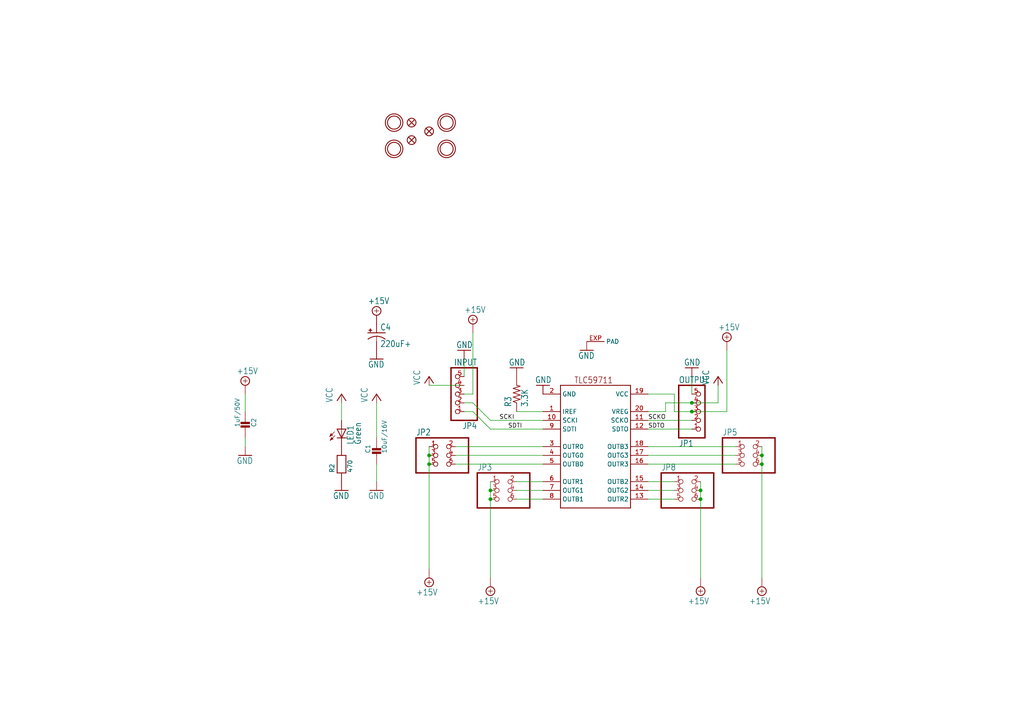
<source format=kicad_sch>
(kicad_sch (version 20230121) (generator eeschema)
  (paper "A4")
  (lib_symbols
    (symbol "working-eagle-import:+15V" (power)
      (property "Value" "+15V" (at -2.54 3.175 0))
      (symbol "+15V_1_0"
        (polyline (pts (xy -0.635 1.27) (xy 0.635 1.27)) (stroke (width 0.1524)))
        (polyline (pts (xy 0 1.905) (xy 0 0.635)) (stroke (width 0.1524)))
        (circle (center 0 1.27) (radius 1.27) (stroke (width 0.254)))
        (pin power_in line (at 0 -2.54 90) (length 2.54) (name "+15V") (number "1"))
      )
    )
    (symbol "working-eagle-import:CAP_CERAMIC0805"
      (property "Reference" "C" (at -1.79 0.54 90))
      (symbol "CAP_CERAMIC0805_1_0"
        (rectangle (start -1.27 0.508) (end 1.27 1.016) (fill (type outline)))
        (rectangle (start -1.27 1.524) (end 1.27 2.032) (fill (type outline)))
        (polyline (pts (xy 0 0.762) (xy 0 0)) (stroke (width 0.1524)))
        (polyline (pts (xy 0 2.54) (xy 0 1.778)) (stroke (width 0.1524)))
        (pin passive line (at 0 5.08 270) (length 2.54) (name "P$1") (number "1"))
        (pin passive line (at 0 -2.54 90) (length 2.54) (name "P$2") (number "2"))
      )
    )
    (symbol "working-eagle-import:CPOL-USE2.5-7"
      (property "Reference" "C" (at 1.016 0.635 0))
      (symbol "CPOL-USE2.5-7_1_0"
        (rectangle (start -2.253 0.668) (end -1.364 0.795) (fill (type outline)))
        (rectangle (start -1.872 0.287) (end -1.745 1.176) (fill (type outline)))
        (arc (start 0 -1.0161) (mid -1.3021 -1.2303) (end -2.4669 -1.8504) (stroke (width 0.254)))
        (polyline (pts (xy -2.54 0) (xy 2.54 0)) (stroke (width 0.254)))
        (polyline (pts (xy 0 -1.016) (xy 0 -2.54)) (stroke (width 0.1524)))
        (arc (start 2.4892 -1.8541) (mid 1.3158 -1.2194) (end 0 -1) (stroke (width 0.254)))
        (pin passive line (at 0 2.54 270) (length 2.54) (name "+") (number "+"))
        (pin passive line (at 0 -5.08 90) (length 2.54) (name "-") (number "-"))
      )
    )
    (symbol "working-eagle-import:FIDUCIAL{dblquote}{dblquote}"
      (symbol "FIDUCIAL{dblquote}{dblquote}_1_0"
        (polyline (pts (xy -0.762 0.762) (xy 0.762 -0.762)) (stroke (width 0.254)))
        (polyline (pts (xy 0.762 0.762) (xy -0.762 -0.762)) (stroke (width 0.254)))
        (circle (center 0 0) (radius 1.27) (stroke (width 0.254)))
      )
    )
    (symbol "working-eagle-import:GND" (power)
      (property "Value" "GND" (at -2.54 -2.54 0))
      (symbol "GND_1_0"
        (polyline (pts (xy -1.905 0) (xy 1.905 0)) (stroke (width 0.254)))
        (pin power_in line (at 0 2.54 270) (length 2.54) (name "GND") (number "1"))
      )
    )
    (symbol "working-eagle-import:HEADER-1X570MIL"
      (property "Reference" "JP" (at -6.35 8.255 0))
      (symbol "HEADER-1X570MIL_1_0"
        (polyline (pts (xy -6.35 -7.62) (xy 1.27 -7.62)) (stroke (width 0.4064)))
        (polyline (pts (xy -6.35 7.62) (xy -6.35 -7.62)) (stroke (width 0.4064)))
        (polyline (pts (xy 1.27 -7.62) (xy 1.27 7.62)) (stroke (width 0.4064)))
        (polyline (pts (xy 1.27 7.62) (xy -6.35 7.62)) (stroke (width 0.4064)))
        (pin passive inverted (at -2.54 5.08 0) (length 2.54) (name "1") (number "1"))
        (pin passive inverted (at -2.54 2.54 0) (length 2.54) (name "2") (number "2"))
        (pin passive inverted (at -2.54 0 0) (length 2.54) (name "3") (number "3"))
        (pin passive inverted (at -2.54 -2.54 0) (length 2.54) (name "4") (number "4"))
        (pin passive inverted (at -2.54 -5.08 0) (length 2.54) (name "5") (number "5"))
      )
    )
    (symbol "working-eagle-import:HEADER-2X3"
      (property "Reference" "JP" (at -8.89 5.715 0))
      (symbol "HEADER-2X3_1_0"
        (polyline (pts (xy -8.89 -5.08) (xy 6.35 -5.08)) (stroke (width 0.4064)))
        (polyline (pts (xy -8.89 5.08) (xy -8.89 -5.08)) (stroke (width 0.4064)))
        (polyline (pts (xy 6.35 -5.08) (xy 6.35 5.08)) (stroke (width 0.4064)))
        (polyline (pts (xy 6.35 5.08) (xy -8.89 5.08)) (stroke (width 0.4064)))
        (pin passive inverted (at -5.08 2.54 0) (length 2.54) (name "1") (number "1"))
        (pin passive inverted (at 2.54 2.54 180) (length 2.54) (name "2") (number "2"))
        (pin passive inverted (at -5.08 0 0) (length 2.54) (name "3") (number "3"))
        (pin passive inverted (at 2.54 0 180) (length 2.54) (name "4") (number "4"))
        (pin passive inverted (at -5.08 -2.54 0) (length 2.54) (name "5") (number "5"))
        (pin passive inverted (at 2.54 -2.54 180) (length 2.54) (name "6") (number "6"))
      )
    )
    (symbol "working-eagle-import:LEDCHIP-LED0805"
      (property "Reference" "LED" (at 3.556 -4.572 90))
      (symbol "LEDCHIP-LED0805_1_0"
        (polyline (pts (xy -2.032 -0.762) (xy -3.429 -2.159)) (stroke (width 0.1524)))
        (polyline (pts (xy -1.905 -1.905) (xy -3.302 -3.302)) (stroke (width 0.1524)))
        (polyline (pts (xy 0 -2.54) (xy -1.27 -2.54)) (stroke (width 0.254)))
        (polyline (pts (xy 0 -2.54) (xy -1.27 0)) (stroke (width 0.254)))
        (polyline (pts (xy 0 0) (xy -1.27 0)) (stroke (width 0.254)))
        (polyline (pts (xy 0 0) (xy 0 -2.54)) (stroke (width 0.1524)))
        (polyline (pts (xy 1.27 -2.54) (xy 0 -2.54)) (stroke (width 0.254)))
        (polyline (pts (xy 1.27 0) (xy 0 -2.54)) (stroke (width 0.254)))
        (polyline (pts (xy 1.27 0) (xy 0 0)) (stroke (width 0.254)))
        (polyline (pts (xy -3.429 -2.159) (xy -3.048 -1.27) (xy -2.54 -1.778)) (stroke (width 0.1524)) (fill (type outline)))
        (polyline (pts (xy -3.302 -3.302) (xy -2.921 -2.413) (xy -2.413 -2.921)) (stroke (width 0.1524)) (fill (type outline)))
        (pin passive line (at 0 2.54 270) (length 2.54) (name "A") (number "A"))
        (pin passive line (at 0 -5.08 90) (length 2.54) (name "C") (number "C"))
      )
    )
    (symbol "working-eagle-import:MOUNTINGHOLE2.5"
      (symbol "MOUNTINGHOLE2.5_1_0"
        (circle (center 0 0) (radius 1.905) (stroke (width 0.254)))
        (circle (center 0 0) (radius 2.54) (stroke (width 0.254)))
      )
    )
    (symbol "working-eagle-import:R-US_FLIPFLOP7"
      (property "Reference" "R" (at -3.81 1.4986 0))
      (symbol "R-US_FLIPFLOP7_1_0"
        (polyline (pts (xy -2.54 0) (xy -2.159 1.016)) (stroke (width 0.2032)))
        (polyline (pts (xy -2.159 1.016) (xy -1.524 -1.016)) (stroke (width 0.2032)))
        (polyline (pts (xy -1.524 -1.016) (xy -0.889 1.016)) (stroke (width 0.2032)))
        (polyline (pts (xy -0.889 1.016) (xy -0.254 -1.016)) (stroke (width 0.2032)))
        (polyline (pts (xy -0.254 -1.016) (xy 0.381 1.016)) (stroke (width 0.2032)))
        (polyline (pts (xy 0.381 1.016) (xy 1.016 -1.016)) (stroke (width 0.2032)))
        (polyline (pts (xy 1.016 -1.016) (xy 1.651 1.016)) (stroke (width 0.2032)))
        (polyline (pts (xy 1.651 1.016) (xy 2.286 -1.016)) (stroke (width 0.2032)))
        (polyline (pts (xy 2.286 -1.016) (xy 2.54 0)) (stroke (width 0.2032)))
        (pin passive line (at -5.08 0 0) (length 2.54) (name "1") (number "1"))
        (pin passive line (at 5.08 0 180) (length 2.54) (name "2") (number "2"))
      )
    )
    (symbol "working-eagle-import:RESISTOR0805"
      (property "Reference" "R" (at -2.54 2.032 0))
      (symbol "RESISTOR0805_1_0"
        (polyline (pts (xy -2.54 -1.27) (xy -2.54 1.27)) (stroke (width 0.254)))
        (polyline (pts (xy -2.54 1.27) (xy 2.54 1.27)) (stroke (width 0.254)))
        (polyline (pts (xy 2.54 -1.27) (xy -2.54 -1.27)) (stroke (width 0.254)))
        (polyline (pts (xy 2.54 1.27) (xy 2.54 -1.27)) (stroke (width 0.254)))
        (pin passive line (at -5.08 0 0) (length 2.54) (name "1") (number "1"))
        (pin passive line (at 5.08 0 180) (length 2.54) (name "2") (number "2"))
      )
    )
    (symbol "working-eagle-import:TLC59711"
      (symbol "TLC59711_1_0"
        (polyline (pts (xy -10.16 -17.78) (xy -10.16 17.78)) (stroke (width 0.254)))
        (polyline (pts (xy -10.16 17.78) (xy 10.16 17.78)) (stroke (width 0.254)))
        (polyline (pts (xy 10.16 -17.78) (xy -10.16 -17.78)) (stroke (width 0.254)))
        (polyline (pts (xy 10.16 17.78) (xy 10.16 -17.78)) (stroke (width 0.254)))
        (text "TLC59711" (at 5.08 20.32 0) (effects (font (size 1.778 1.5113)) (justify right top)))
        (pin bidirectional line (at -15.24 10.16 0) (length 5.08) (name "IREF") (number "1"))
        (pin input line (at -15.24 7.62 0) (length 5.08) (name "SCKI") (number "10"))
        (pin output line (at 15.24 7.62 180) (length 5.08) (name "SCKO") (number "11"))
        (pin output line (at 15.24 5.08 180) (length 5.08) (name "SDTO") (number "12"))
        (pin open_collector line (at 15.24 -15.24 180) (length 5.08) (name "OUTR2") (number "13"))
        (pin open_collector line (at 15.24 -12.7 180) (length 5.08) (name "OUTG2") (number "14"))
        (pin open_collector line (at 15.24 -10.16 180) (length 5.08) (name "OUTB2") (number "15"))
        (pin open_collector line (at 15.24 -5.08 180) (length 5.08) (name "OUTR3") (number "16"))
        (pin open_collector line (at 15.24 -2.54 180) (length 5.08) (name "OUTG3") (number "17"))
        (pin open_collector line (at 15.24 0 180) (length 5.08) (name "OUTB3") (number "18"))
        (pin power_in line (at 15.24 15.24 180) (length 5.08) (name "VCC") (number "19"))
        (pin power_in line (at -15.24 15.24 0) (length 5.08) (name "GND") (number "2"))
        (pin bidirectional line (at 15.24 10.16 180) (length 5.08) (name "VREG") (number "20"))
        (pin open_collector line (at -15.24 0 0) (length 5.08) (name "OUTR0") (number "3"))
        (pin open_collector line (at -15.24 -2.54 0) (length 5.08) (name "OUTG0") (number "4"))
        (pin open_collector line (at -15.24 -5.08 0) (length 5.08) (name "OUTB0") (number "5"))
        (pin open_collector line (at -15.24 -10.16 0) (length 5.08) (name "OUTR1") (number "6"))
        (pin open_collector line (at -15.24 -12.7 0) (length 5.08) (name "OUTG1") (number "7"))
        (pin open_collector line (at -15.24 -15.24 0) (length 5.08) (name "OUTB1") (number "8"))
        (pin input line (at -15.24 5.08 0) (length 5.08) (name "SDTI") (number "9"))
      )
      (symbol "TLC59711_2_0"
        (pin passive line (at -5.08 0 0) (length 5.08) (name "PAD") (number "EXP"))
      )
    )
    (symbol "working-eagle-import:VCC" (power)
      (property "Value" "VCC" (at -2.54 -2.54 90))
      (symbol "VCC_1_0"
        (polyline (pts (xy 0 0) (xy -1.27 -1.905)) (stroke (width 0.254)))
        (polyline (pts (xy 1.27 -1.905) (xy 0 0)) (stroke (width 0.254)))
        (pin power_in line (at 0 -2.54 90) (length 2.54) (name "VCC") (number "1"))
      )
    )
  )
  (junction (at 220.98 132.08))
  (junction (at 200.66 119.38))
  (junction (at 203.2 142.24))
  (junction (at 142.24 142.24))
  (junction (at 142.24 144.78))
  (junction (at 203.2 144.78))
  (junction (at 200.66 116.84))
  (junction (at 124.46 134.62))
  (junction (at 124.46 132.08))
  (junction (at 220.98 134.62))
  (wire (pts (xy 149.86 144.78) (xy 157.48 144.78)) (stroke (width 0.1524)))
  (wire (pts (xy 132.08 129.54) (xy 157.48 129.54)) (stroke (width 0.1524)))
  (wire (pts (xy 195.58 144.78) (xy 187.96 144.78)) (stroke (width 0.1524)))
  (wire (pts (xy 203.2 142.24) (xy 203.2 139.7)) (stroke (width 0.1524)))
  (wire (pts (xy 134.62 116.84) (xy 137.16 116.84)) (stroke (width 0.1524)))
  (wire (pts (xy 195.58 119.38) (xy 200.66 119.38)) (stroke (width 0.1524)))
  (wire (pts (xy 132.08 134.62) (xy 157.48 134.62)) (stroke (width 0.1524)))
  (wire (pts (xy 213.36 132.08) (xy 187.96 132.08)) (stroke (width 0.1524)))
  (wire (pts (xy 149.86 139.7) (xy 157.48 139.7)) (stroke (width 0.1524)))
  (wire (pts (xy 137.16 119.38) (xy 134.62 119.38)) (stroke (width 0.1524)))
  (wire (pts (xy 134.62 104.14) (xy 134.62 109.22)) (stroke (width 0.1524)))
  (wire (pts (xy 195.58 139.7) (xy 187.96 139.7)) (stroke (width 0.1524)))
  (wire (pts (xy 157.48 124.46) (xy 142.24 124.46)) (stroke (width 0.1524)))
  (wire (pts (xy 149.86 142.24) (xy 157.48 142.24)) (stroke (width 0.1524)))
  (wire (pts (xy 220.98 134.62) (xy 220.98 167.64)) (stroke (width 0.1524)))
  (wire (pts (xy 142.24 144.78) (xy 142.24 167.64)) (stroke (width 0.1524)))
  (wire (pts (xy 203.2 144.78) (xy 203.2 142.24)) (stroke (width 0.1524)))
  (wire (pts (xy 200.66 119.38) (xy 210.82 119.38)) (stroke (width 0.1524)))
  (wire (pts (xy 149.86 119.38) (xy 157.48 119.38)) (stroke (width 0.1524)))
  (wire (pts (xy 142.24 121.92) (xy 137.16 116.84)) (stroke (width 0.1524)))
  (wire (pts (xy 220.98 132.08) (xy 220.98 134.62)) (stroke (width 0.1524)))
  (wire (pts (xy 124.46 111.76) (xy 134.62 111.76)) (stroke (width 0.1524)))
  (wire (pts (xy 213.36 129.54) (xy 187.96 129.54)) (stroke (width 0.1524)))
  (wire (pts (xy 195.58 142.24) (xy 187.96 142.24)) (stroke (width 0.1524)))
  (wire (pts (xy 124.46 129.54) (xy 124.46 132.08)) (stroke (width 0.1524)))
  (wire (pts (xy 193.04 119.38) (xy 187.96 119.38)) (stroke (width 0.1524)))
  (wire (pts (xy 142.24 142.24) (xy 142.24 144.78)) (stroke (width 0.1524)))
  (wire (pts (xy 157.48 121.92) (xy 142.24 121.92)) (stroke (width 0.1524)))
  (wire (pts (xy 200.66 109.22) (xy 200.66 114.3)) (stroke (width 0.1524)))
  (wire (pts (xy 220.98 129.54) (xy 220.98 132.08)) (stroke (width 0.1524)))
  (wire (pts (xy 213.36 134.62) (xy 187.96 134.62)) (stroke (width 0.1524)))
  (wire (pts (xy 142.24 124.46) (xy 137.16 119.38)) (stroke (width 0.1524)))
  (wire (pts (xy 210.82 119.38) (xy 210.82 101.6)) (stroke (width 0.1524)))
  (wire (pts (xy 193.04 116.84) (xy 193.04 119.38)) (stroke (width 0.1524)))
  (wire (pts (xy 137.16 96.52) (xy 137.16 114.3)) (stroke (width 0.1524)))
  (wire (pts (xy 109.22 134.62) (xy 109.22 139.7)) (stroke (width 0.1524)))
  (wire (pts (xy 124.46 134.62) (xy 124.46 165.1)) (stroke (width 0.1524)))
  (wire (pts (xy 195.58 114.3) (xy 195.58 119.38)) (stroke (width 0.1524)))
  (wire (pts (xy 134.62 114.3) (xy 137.16 114.3)) (stroke (width 0.1524)))
  (wire (pts (xy 99.06 116.84) (xy 99.06 121.92)) (stroke (width 0.1524)))
  (wire (pts (xy 208.28 116.84) (xy 208.28 111.76)) (stroke (width 0.1524)))
  (wire (pts (xy 200.66 116.84) (xy 208.28 116.84)) (stroke (width 0.1524)))
  (wire (pts (xy 71.12 127) (xy 71.12 129.54)) (stroke (width 0.1524)))
  (wire (pts (xy 187.96 121.92) (xy 200.66 121.92)) (stroke (width 0.1524)))
  (wire (pts (xy 124.46 132.08) (xy 124.46 134.62)) (stroke (width 0.1524)))
  (wire (pts (xy 142.24 139.7) (xy 142.24 142.24)) (stroke (width 0.1524)))
  (wire (pts (xy 203.2 167.64) (xy 203.2 144.78)) (stroke (width 0.1524)))
  (wire (pts (xy 200.66 124.46) (xy 187.96 124.46)) (stroke (width 0.1524)))
  (wire (pts (xy 187.96 114.3) (xy 195.58 114.3)) (stroke (width 0.1524)))
  (wire (pts (xy 200.66 116.84) (xy 193.04 116.84)) (stroke (width 0.1524)))
  (wire (pts (xy 71.12 114.3) (xy 71.12 119.38)) (stroke (width 0.1524)))
  (wire (pts (xy 132.08 132.08) (xy 157.48 132.08)) (stroke (width 0.1524)))
  (wire (pts (xy 109.22 116.84) (xy 109.22 127)) (stroke (width 0.1524)))
  (label "SDTI" (at 147.32 124.46 0) (effects (font (size 1.2446 1.2446))))
  (label "SCKI" (at 144.78 121.92 0) (effects (font (size 1.2446 1.2446))))
  (label "SCKO" (at 187.96 121.92 0) (effects (font (size 1.2446 1.2446))))
  (label "SDTO" (at 187.96 124.46 0) (effects (font (size 1.2446 1.2446))))
  (symbol (lib_id "working-eagle-import:GND") (at 149.86 106.68 180) (unit 1)
    (property "Reference" "#GND10" (effects hide))
    (property "Value" "GND" (at 152.4 104.14 0) (effects (font (size 1.778 1.5113)) (justify left bottom)))
  )
  (symbol (lib_id "working-eagle-import:VCC") (at 99.06 114.3 0) (unit 1)
    (property "Reference" "#P+1" (effects hide))
    (property "Value" "VCC" (at 96.52 116.84 90) (effects (font (size 1.778 1.5113)) (justify left bottom)))
  )
  (symbol (lib_id "working-eagle-import:HEADER-2X3") (at 147.32 142.24 0) (unit 1)
    (property "Reference" "JP3" (at 138.43 136.525 0) (effects (font (size 1.778 1.5113)) (justify left bottom)))
    (property "Value" "HEADER-2X3" (effects hide))
    (property "Footprint" "working:2X03_ROUND_70MIL" (effects hide))
  )
  (symbol (lib_id "working-eagle-import:HEADER-2X3") (at 200.66 142.24 0) (unit 1)
    (property "Reference" "JP8" (at 191.77 136.525 0) (effects (font (size 1.778 1.5113)) (justify left bottom)))
    (property "Value" "HEADER-2X3" (effects hide))
    (property "Footprint" "working:2X03_ROUND_70MIL" (effects hide))
  )
  (symbol (lib_id "working-eagle-import:MOUNTINGHOLE2.5") (at 114.3 35.56 0) (unit 1)
    (property "Reference" "U$1" (effects hide))
    (property "Value" "MOUNTINGHOLE2.5" (effects hide))
    (property "Footprint" "working:MOUNTINGHOLE_2.5_PLATED" (effects hide))
  )
  (symbol (lib_id "working-eagle-import:CPOL-USE2.5-7") (at 109.22 96.52 0) (unit 1)
    (property "Reference" "C4" (at 110.236 95.885 0) (effects (font (size 1.778 1.5113)) (justify left bottom)))
    (property "Value" "220uF+" (at 110.236 100.711 0) (effects (font (size 1.778 1.5113)) (justify left bottom)))
    (property "Footprint" "working:E2,5-7" (effects hide))
  )
  (symbol (lib_id "working-eagle-import:TLC59711") (at 175.26 99.06 0) (unit 2)
    (property "Reference" "IC1" (effects hide))
    (property "Value" "TLC59711" (effects hide))
    (property "Footprint" "working:HTSSOP20DAP" (effects hide))
  )
  (symbol (lib_id "working-eagle-import:+15V") (at 203.2 170.18 180) (unit 1)
    (property "Reference" "#SUPPLY7" (effects hide))
    (property "Value" "+15V" (at 205.74 173.355 0) (effects (font (size 1.778 1.5113)) (justify left bottom)))
  )
  (symbol (lib_id "working-eagle-import:HEADER-2X3") (at 129.54 132.08 0) (unit 1)
    (property "Reference" "JP2" (at 120.65 126.365 0) (effects (font (size 1.778 1.5113)) (justify left bottom)))
    (property "Value" "HEADER-2X3" (effects hide))
    (property "Footprint" "working:2X03_ROUND_70MIL" (effects hide))
  )
  (symbol (lib_id "working-eagle-import:GND") (at 109.22 142.24 0) (unit 1)
    (property "Reference" "#GND5" (effects hide))
    (property "Value" "GND" (at 106.68 144.78 0) (effects (font (size 1.778 1.5113)) (justify left bottom)))
  )
  (symbol (lib_id "working-eagle-import:GND") (at 200.66 106.68 180) (unit 1)
    (property "Reference" "#GND8" (effects hide))
    (property "Value" "GND" (at 203.2 104.14 0) (effects (font (size 1.778 1.5113)) (justify left bottom)))
  )
  (symbol (lib_id "working-eagle-import:GND") (at 134.62 101.6 180) (unit 1)
    (property "Reference" "#GND2" (effects hide))
    (property "Value" "GND" (at 137.16 99.06 0) (effects (font (size 1.778 1.5113)) (justify left bottom)))
  )
  (symbol (lib_id "working-eagle-import:+15V") (at 210.82 99.06 0) (unit 1)
    (property "Reference" "#SUPPLY2" (effects hide))
    (property "Value" "+15V" (at 208.28 95.885 0) (effects (font (size 1.778 1.5113)) (justify left bottom)))
  )
  (symbol (lib_id "working-eagle-import:+15V") (at 71.12 111.76 0) (unit 1)
    (property "Reference" "#SUPPLY4" (effects hide))
    (property "Value" "+15V" (at 68.58 108.585 0) (effects (font (size 1.778 1.5113)) (justify left bottom)))
  )
  (symbol (lib_id "working-eagle-import:VCC") (at 109.22 114.3 0) (unit 1)
    (property "Reference" "#P+6" (effects hide))
    (property "Value" "VCC" (at 106.68 116.84 90) (effects (font (size 1.778 1.5113)) (justify left bottom)))
  )
  (symbol (lib_id "working-eagle-import:CAP_CERAMIC0805") (at 71.12 124.46 0) (mirror y) (unit 1)
    (property "Reference" "C2" (at 72.91 123.92 90) (effects (justify left bottom)))
    (property "Value" "1uF/50V" (at 68.12 123.92 90) (effects (justify left bottom)))
    (property "Footprint" "working:0805" (effects hide))
  )
  (symbol (lib_id "working-eagle-import:GND") (at 109.22 104.14 0) (unit 1)
    (property "Reference" "#GND3" (effects hide))
    (property "Value" "GND" (at 106.68 106.68 0) (effects (font (size 1.778 1.5113)) (justify left bottom)))
  )
  (symbol (lib_id "working-eagle-import:RESISTOR0805") (at 99.06 134.62 90) (unit 1)
    (property "Reference" "R2" (at 97.028 137.16 0) (effects (justify left bottom)))
    (property "Value" "470" (at 102.235 137.16 0) (effects (justify left bottom)))
    (property "Footprint" "working:0805" (effects hide))
  )
  (symbol (lib_id "working-eagle-import:GND") (at 157.48 111.76 180) (unit 1)
    (property "Reference" "#GND7" (effects hide))
    (property "Value" "GND" (at 160.02 109.22 0) (effects (font (size 1.778 1.5113)) (justify left bottom)))
  )
  (symbol (lib_id "working-eagle-import:VCC") (at 124.46 109.22 0) (unit 1)
    (property "Reference" "#P+10" (effects hide))
    (property "Value" "VCC" (at 121.92 111.76 90) (effects (font (size 1.778 1.5113)) (justify left bottom)))
  )
  (symbol (lib_id "working-eagle-import:GND") (at 99.06 142.24 0) (unit 1)
    (property "Reference" "#GND1" (effects hide))
    (property "Value" "GND" (at 96.52 144.78 0) (effects (font (size 1.778 1.5113)) (justify left bottom)))
  )
  (symbol (lib_id "working-eagle-import:FIDUCIAL{dblquote}{dblquote}") (at 119.38 35.56 0) (unit 1)
    (property "Reference" "FID1" (effects hide))
    (property "Value" "FIDUCIAL{dblquote}{dblquote}" (effects hide))
    (property "Footprint" "working:FIDUCIAL_1MM" (effects hide))
  )
  (symbol (lib_id "working-eagle-import:+15V") (at 124.46 167.64 180) (unit 1)
    (property "Reference" "#SUPPLY5" (effects hide))
    (property "Value" "+15V" (at 127 170.815 0) (effects (font (size 1.778 1.5113)) (justify left bottom)))
  )
  (symbol (lib_id "working-eagle-import:+15V") (at 137.16 93.98 0) (unit 1)
    (property "Reference" "#SUPPLY1" (effects hide))
    (property "Value" "+15V" (at 134.62 90.805 0) (effects (font (size 1.778 1.5113)) (justify left bottom)))
  )
  (symbol (lib_id "working-eagle-import:HEADER-1X570MIL") (at 203.2 119.38 0) (mirror x) (unit 1)
    (property "Reference" "JP1" (at 196.85 127.635 0) (effects (font (size 1.778 1.5113)) (justify left bottom)))
    (property "Value" "OUTPUT" (at 196.85 109.22 0) (effects (font (size 1.778 1.5113)) (justify left bottom)))
    (property "Footprint" "working:1X05_ROUND_70" (effects hide))
  )
  (symbol (lib_id "working-eagle-import:R-US_FLIPFLOP7") (at 149.86 114.3 90) (unit 1)
    (property "Reference" "R3" (at 148.3614 118.11 0) (effects (font (size 1.778 1.5113)) (justify left bottom)))
    (property "Value" "3.3K" (at 153.162 118.11 0) (effects (font (size 1.778 1.5113)) (justify left bottom)))
    (property "Footprint" "working:0805-THM-7" (effects hide))
  )
  (symbol (lib_id "working-eagle-import:MOUNTINGHOLE2.5") (at 129.54 43.18 0) (unit 1)
    (property "Reference" "U$4" (effects hide))
    (property "Value" "MOUNTINGHOLE2.5" (effects hide))
    (property "Footprint" "working:MOUNTINGHOLE_2.5_PLATED" (effects hide))
  )
  (symbol (lib_id "working-eagle-import:MOUNTINGHOLE2.5") (at 129.54 35.56 0) (unit 1)
    (property "Reference" "U$2" (effects hide))
    (property "Value" "MOUNTINGHOLE2.5" (effects hide))
    (property "Footprint" "working:MOUNTINGHOLE_2.5_PLATED" (effects hide))
  )
  (symbol (lib_id "working-eagle-import:+15V") (at 220.98 170.18 180) (unit 1)
    (property "Reference" "#SUPPLY8" (effects hide))
    (property "Value" "+15V" (at 223.52 173.355 0) (effects (font (size 1.778 1.5113)) (justify left bottom)))
  )
  (symbol (lib_id "working-eagle-import:+15V") (at 109.22 91.44 0) (unit 1)
    (property "Reference" "#SUPPLY3" (effects hide))
    (property "Value" "+15V" (at 106.68 88.265 0) (effects (font (size 1.778 1.5113)) (justify left bottom)))
  )
  (symbol (lib_id "working-eagle-import:+15V") (at 142.24 170.18 180) (unit 1)
    (property "Reference" "#SUPPLY6" (effects hide))
    (property "Value" "+15V" (at 144.78 173.355 0) (effects (font (size 1.778 1.5113)) (justify left bottom)))
  )
  (symbol (lib_id "working-eagle-import:GND") (at 170.18 101.6 0) (unit 1)
    (property "Reference" "#GND6" (effects hide))
    (property "Value" "GND" (at 167.64 104.14 0) (effects (font (size 1.778 1.5113)) (justify left bottom)))
  )
  (symbol (lib_id "working-eagle-import:HEADER-1X570MIL") (at 132.08 114.3 180) (unit 1)
    (property "Reference" "JP4" (at 138.43 122.555 0) (effects (font (size 1.778 1.5113)) (justify left bottom)))
    (property "Value" "INPUT" (at 138.43 104.14 0) (effects (font (size 1.778 1.5113)) (justify left bottom)))
    (property "Footprint" "working:1X05_ROUND_70" (effects hide))
  )
  (symbol (lib_id "working-eagle-import:GND") (at 71.12 132.08 0) (unit 1)
    (property "Reference" "#GND4" (effects hide))
    (property "Value" "GND" (at 68.58 134.62 0) (effects (font (size 1.778 1.5113)) (justify left bottom)))
  )
  (symbol (lib_id "working-eagle-import:VCC") (at 208.28 109.22 0) (unit 1)
    (property "Reference" "#P+12" (effects hide))
    (property "Value" "VCC" (at 205.74 111.76 90) (effects (font (size 1.778 1.5113)) (justify left bottom)))
  )
  (symbol (lib_id "working-eagle-import:LEDCHIP-LED0805") (at 99.06 124.46 0) (unit 1)
    (property "Reference" "LED1" (at 102.616 129.032 90) (effects (font (size 1.778 1.5113)) (justify left bottom)))
    (property "Value" "Green" (at 104.775 129.032 90) (effects (font (size 1.778 1.5113)) (justify left bottom)))
    (property "Footprint" "working:CHIP-LED0805" (effects hide))
  )
  (symbol (lib_id "working-eagle-import:HEADER-2X3") (at 218.44 132.08 0) (unit 1)
    (property "Reference" "JP5" (at 209.55 126.365 0) (effects (font (size 1.778 1.5113)) (justify left bottom)))
    (property "Value" "HEADER-2X3" (effects hide))
    (property "Footprint" "working:2X03_ROUND_70MIL" (effects hide))
  )
  (symbol (lib_id "working-eagle-import:FIDUCIAL{dblquote}{dblquote}") (at 124.46 38.1 0) (unit 1)
    (property "Reference" "FID3" (effects hide))
    (property "Value" "FIDUCIAL{dblquote}{dblquote}" (effects hide))
    (property "Footprint" "working:FIDUCIAL_1MM" (effects hide))
  )
  (symbol (lib_id "working-eagle-import:TLC59711") (at 172.72 129.54 0) (unit 1)
    (property "Reference" "IC1" (effects hide))
    (property "Value" "TLC59711" (effects hide))
    (property "Footprint" "working:HTSSOP20DAP" (effects hide))
  )
  (symbol (lib_id "working-eagle-import:FIDUCIAL{dblquote}{dblquote}") (at 119.38 40.64 0) (unit 1)
    (property "Reference" "FID2" (effects hide))
    (property "Value" "FIDUCIAL{dblquote}{dblquote}" (effects hide))
    (property "Footprint" "working:FIDUCIAL_1MM" (effects hide))
  )
  (symbol (lib_id "working-eagle-import:CAP_CERAMIC0805") (at 109.22 132.08 0) (unit 1)
    (property "Reference" "C1" (at 107.43 131.54 90) (effects (justify left bottom)))
    (property "Value" "10uF/16V" (at 112.22 131.54 90) (effects (justify left bottom)))
    (property "Footprint" "working:0805" (effects hide))
  )
  (symbol (lib_id "working-eagle-import:MOUNTINGHOLE2.5") (at 114.3 43.18 0) (unit 1)
    (property "Reference" "U$3" (effects hide))
    (property "Value" "MOUNTINGHOLE2.5" (effects hide))
    (property "Footprint" "working:MOUNTINGHOLE_2.5_PLATED" (effects hide))
  )
)
</source>
